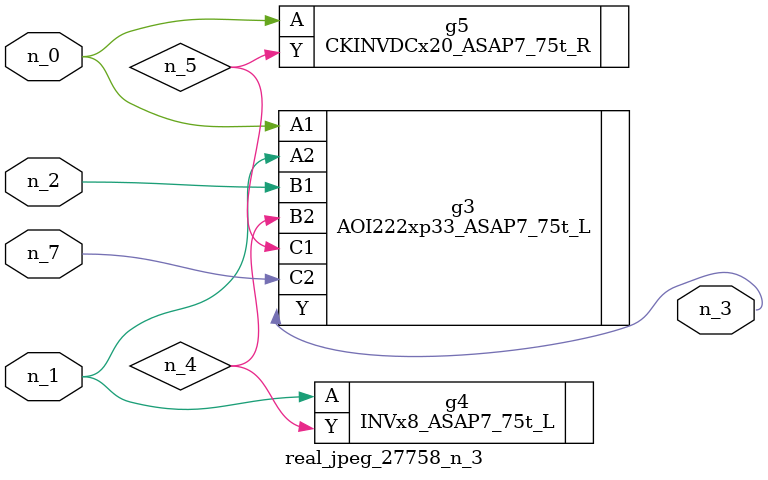
<source format=v>
module real_jpeg_27758_n_3 (n_7, n_1, n_0, n_2, n_3);

input n_7;
input n_1;
input n_0;
input n_2;

output n_3;

wire n_5;
wire n_4;

AOI222xp33_ASAP7_75t_L g3 ( 
.A1(n_0),
.A2(n_1),
.B1(n_2),
.B2(n_4),
.C1(n_5),
.C2(n_7),
.Y(n_3)
);

CKINVDCx20_ASAP7_75t_R g5 ( 
.A(n_0),
.Y(n_5)
);

INVx8_ASAP7_75t_L g4 ( 
.A(n_1),
.Y(n_4)
);


endmodule
</source>
